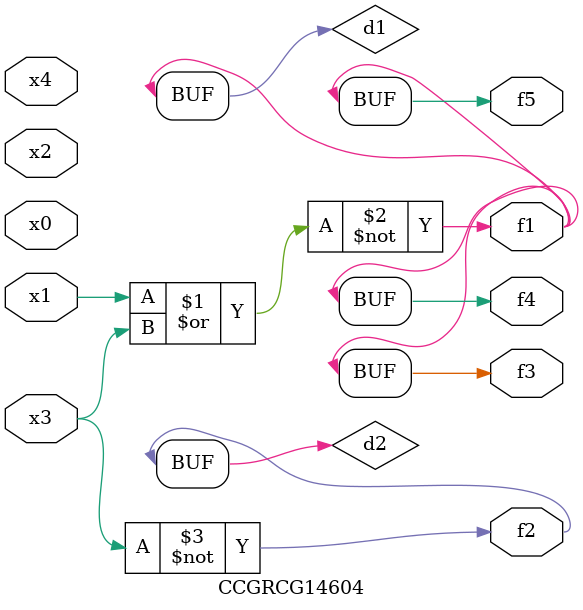
<source format=v>
module CCGRCG14604(
	input x0, x1, x2, x3, x4,
	output f1, f2, f3, f4, f5
);

	wire d1, d2;

	nor (d1, x1, x3);
	not (d2, x3);
	assign f1 = d1;
	assign f2 = d2;
	assign f3 = d1;
	assign f4 = d1;
	assign f5 = d1;
endmodule

</source>
